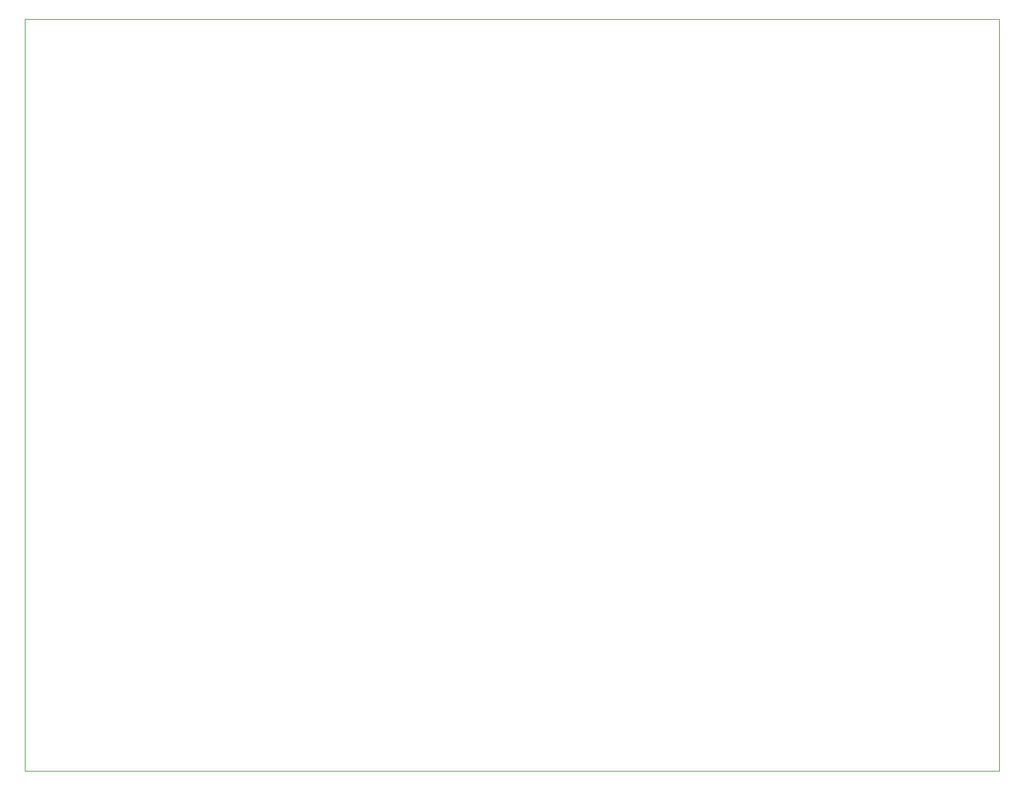
<source format=gbr>
%TF.GenerationSoftware,KiCad,Pcbnew,(5.1.12-1-10_14)*%
%TF.CreationDate,2023-02-10T09:11:58+01:00*%
%TF.ProjectId,Airlock-Mainboard,4169726c-6f63-46b2-9d4d-61696e626f61,rev?*%
%TF.SameCoordinates,Original*%
%TF.FileFunction,Profile,NP*%
%FSLAX46Y46*%
G04 Gerber Fmt 4.6, Leading zero omitted, Abs format (unit mm)*
G04 Created by KiCad (PCBNEW (5.1.12-1-10_14)) date 2023-02-10 09:11:58*
%MOMM*%
%LPD*%
G01*
G04 APERTURE LIST*
%TA.AperFunction,Profile*%
%ADD10C,0.100000*%
%TD*%
G04 APERTURE END LIST*
D10*
X189908000Y-40464000D02*
X189908000Y-140464000D01*
X60408000Y-40464000D02*
X189908000Y-40464000D01*
X60408000Y-140464000D02*
X60408000Y-40464000D01*
X189908000Y-140464000D02*
X60408000Y-140464000D01*
M02*

</source>
